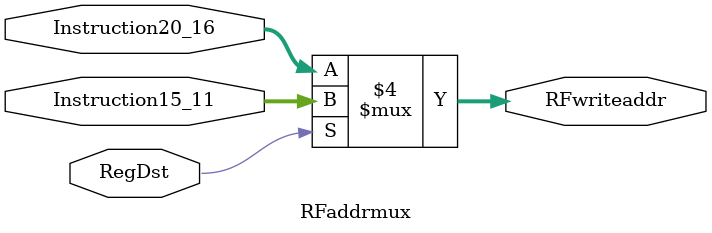
<source format=v>
`timescale 1ns / 1ps


module RFaddrmux(
    input [4:0]Instruction20_16,
    input [4:0]Instruction15_11,
    input RegDst,
    output reg [4:0]RFwriteaddr
);
    always@(*) begin
        if(RegDst == 1)
            RFwriteaddr = Instruction15_11;
        else
            RFwriteaddr = Instruction20_16;
    end
endmodule

</source>
